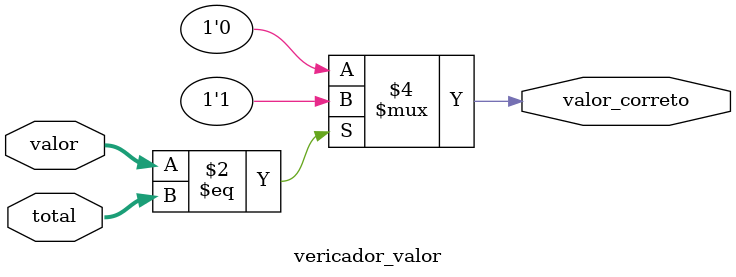
<source format=v>
/* Modulo de verificacao do valor inserido, responsavel por verificar se o valor inserido foi 
	ou nao igual ao do produto desejado
	Criado por: Antony Araujo e Ozenilson Alisson 
	Data: 18 jun 2021*/

module vericador_valor(total, valor,  valor_correto);
	input[3:0]total, valor; // valor total acumulado e valor do produto
	output reg valor_correto;
	
	always @ (valor) begin //se o valor for igual valor_correto recebe nivel logico alto, senao ele recebera nivel baixo
		if(valor == total) begin 
			valor_correto = 1;
		end else begin
			valor_correto = 0;
		end
	end
	
endmodule 
	
</source>
